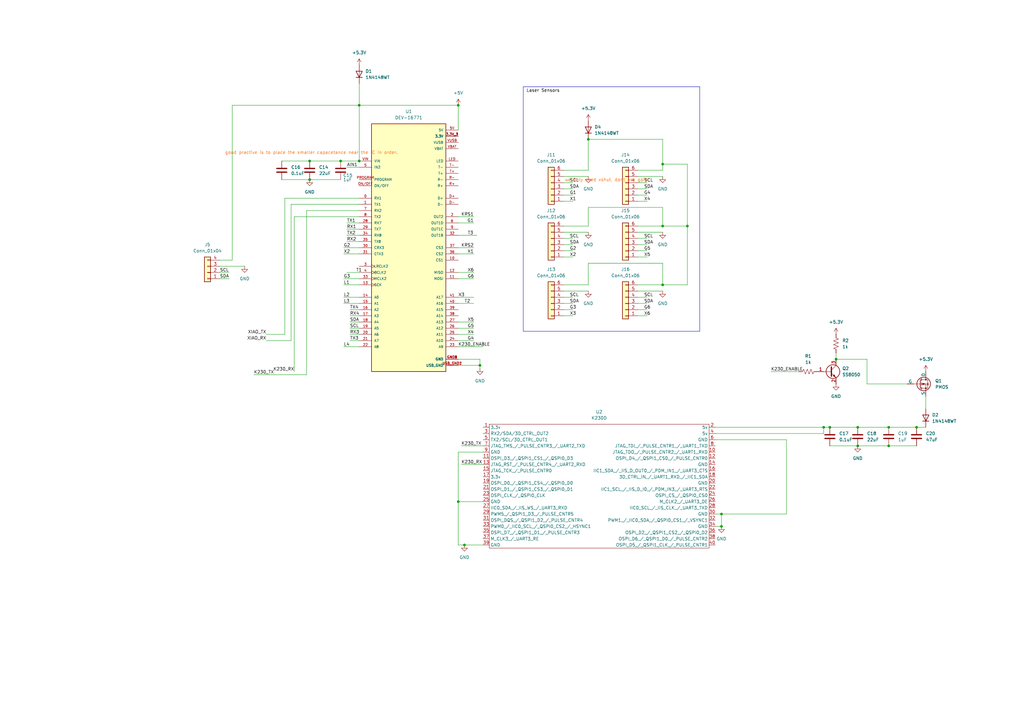
<source format=kicad_sch>
(kicad_sch (version 20250114) (generator "eeschema") (generator_version "9.0")
  (paper "A3")
  (lib_symbols
    (symbol "Connector_Generic:Conn_01x02" (pin_names (offset 1.016) (hide yes))
      (property "Reference" "J" (at 0 2.54 0))
      (property "Value" "Conn_01x02" (at 0 -5.08 0))
      (symbol "Conn_01x02_1_1"
        (pin passive line (at -5.08 0 0) (length 3.81) (name "Pin_1") (number "1"))
        (pin passive line (at -5.08 -2.54 0) (length 3.81) (name "Pin_2") (number "2"))
      )
    )
    (symbol "Connector_Generic:Conn_01x03" (pin_names (offset 1.016) (hide yes))
      (property "Reference" "J" (at 0 5.08 0))
      (property "Value" "Conn_01x03" (at 0 -5.08 0))
      (symbol "Conn_01x03_1_1"
        (pin passive line (at -5.08 2.54 0) (length 3.81) (name "Pin_1") (number "1"))
        (pin passive line (at -5.08 0 0) (length 3.81) (name "Pin_2") (number "2"))
        (pin passive line (at -5.08 -2.54 0) (length 3.81) (name "Pin_3") (number "3"))
      )
    )
    (symbol "Connector_Generic:Conn_01x04" (pin_names (offset 1.016) (hide yes))
      (property "Reference" "J" (at 0 5.08 0))
      (property "Value" "Conn_01x04" (at 0 -7.62 0))
      (symbol "Conn_01x04_1_1"
        (pin passive line (at -5.08 2.54 0) (length 3.81) (name "Pin_1") (number "1"))
        (pin passive line (at -5.08 0 0) (length 3.81) (name "Pin_2") (number "2"))
        (pin passive line (at -5.08 -2.54 0) (length 3.81) (name "Pin_3") (number "3"))
        (pin passive line (at -5.08 -5.08 0) (length 3.81) (name "Pin_4") (number "4"))
      )
    )
    (symbol "Connector_Generic:Conn_01x05" (pin_names (offset 1.016) (hide yes))
      (property "Reference" "J" (at 0 7.62 0))
      (property "Value" "Conn_01x05" (at 0 -7.62 0))
      (symbol "Conn_01x05_1_1"
        (pin passive line (at -5.08 5.08 0) (length 3.81) (name "Pin_1") (number "1"))
        (pin passive line (at -5.08 2.54 0) (length 3.81) (name "Pin_2") (number "2"))
        (pin passive line (at -5.08 0 0) (length 3.81) (name "Pin_3") (number "3"))
        (pin passive line (at -5.08 -2.54 0) (length 3.81) (name "Pin_4") (number "4"))
        (pin passive line (at -5.08 -5.08 0) (length 3.81) (name "Pin_5") (number "5"))
      )
    )
    (symbol "Connector_Generic:Conn_01x06" (pin_names (offset 1.016) (hide yes))
      (property "Reference" "J" (at 0 7.62 0))
      (property "Value" "Conn_01x06" (at 0 -10.16 0))
      (symbol "Conn_01x06_1_1"
        (pin passive line (at -5.08 5.08 0) (length 3.81) (name "Pin_1") (number "1"))
        (pin passive line (at -5.08 2.54 0) (length 3.81) (name "Pin_2") (number "2"))
        (pin passive line (at -5.08 0 0) (length 3.81) (name "Pin_3") (number "3"))
        (pin passive line (at -5.08 -2.54 0) (length 3.81) (name "Pin_4") (number "4"))
        (pin passive line (at -5.08 -5.08 0) (length 3.81) (name "Pin_5") (number "5"))
        (pin passive line (at -5.08 -7.62 0) (length 3.81) (name "Pin_6") (number "6"))
      )
    )
    (symbol "Connector_Generic:Conn_01x08" (pin_names (offset 1.016) (hide yes))
      (property "Reference" "J" (at 0 10.16 0))
      (property "Value" "Conn_01x08" (at 0 -12.7 0))
      (symbol "Conn_01x08_1_1"
        (pin passive line (at -5.08 7.62 0) (length 3.81) (name "Pin_1") (number "1"))
        (pin passive line (at -5.08 5.08 0) (length 3.81) (name "Pin_2") (number "2"))
        (pin passive line (at -5.08 2.54 0) (length 3.81) (name "Pin_3") (number "3"))
        (pin passive line (at -5.08 0 0) (length 3.81) (name "Pin_4") (number "4"))
        (pin passive line (at -5.08 -2.54 0) (length 3.81) (name "Pin_5") (number "5"))
        (pin passive line (at -5.08 -5.08 0) (length 3.81) (name "Pin_6") (number "6"))
        (pin passive line (at -5.08 -7.62 0) (length 3.81) (name "Pin_7") (number "7"))
        (pin passive line (at -5.08 -10.16 0) (length 3.81) (name "Pin_8") (number "8"))
      )
    )
    (symbol "DEV-16771:DEV-16771" (pin_names (offset 1.016))
      (property "Reference" "U" (at -15.24 52.07 0))
      (property "Value" "DEV-16771" (at -15.24 -53.34 0))
      (symbol "DEV-16771_0_0"
        (pin input line (at -20.32 35.56 0) (length 5.08) (name "VIN") (number "VIN"))
        (pin bidirectional line (at -20.32 33.02 0) (length 5.08) (name "IN2") (number "5"))
        (pin bidirectional line (at -20.32 27.94 0) (length 5.08) (name "PROGRAM") (number "PROGRAM"))
        (pin bidirectional line (at -20.32 25.4 0) (length 5.08) (name "ON/OFF") (number "ON/OFF"))
        (pin bidirectional line (at -20.32 20.32 0) (length 5.08) (name "RX1") (number "0"))
        (pin bidirectional line (at -20.32 17.78 0) (length 5.08) (name "TX1") (number "1"))
        (pin bidirectional line (at -20.32 15.24 0) (length 5.08) (name "RX2") (number "7"))
        (pin bidirectional line (at -20.32 12.7 0) (length 5.08) (name "TX2") (number "8"))
        (pin bidirectional line (at -20.32 10.16 0) (length 5.08) (name "RX7") (number "28"))
        (pin bidirectional line (at -20.32 7.62 0) (length 5.08) (name "TX7") (number "29"))
        (pin bidirectional line (at -20.32 5.08 0) (length 5.08) (name "RX8") (number "34"))
        (pin bidirectional line (at -20.32 2.54 0) (length 5.08) (name "TX8") (number "35"))
        (pin bidirectional line (at -20.32 0 0) (length 5.08) (name "CRX3") (number "30"))
        (pin bidirectional line (at -20.32 -2.54 0) (length 5.08) (name "CTX3") (number "31"))
        (pin bidirectional clock (at -20.32 -7.62 0) (length 5.08) (name "LRCLK2") (number "3"))
        (pin bidirectional clock (at -20.32 -10.16 0) (length 5.08) (name "BCLK2") (number "4"))
        (pin bidirectional clock (at -20.32 -12.7 0) (length 5.08) (name "MCLK2") (number "33"))
        (pin bidirectional clock (at -20.32 -15.24 0) (length 5.08) (name "SCK") (number "13"))
        (pin bidirectional line (at -20.32 -20.32 0) (length 5.08) (name "A0") (number "14"))
        (pin bidirectional line (at -20.32 -22.86 0) (length 5.08) (name "A1") (number "15"))
        (pin bidirectional line (at -20.32 -25.4 0) (length 5.08) (name "A2") (number "16"))
        (pin bidirectional line (at -20.32 -27.94 0) (length 5.08) (name "A3") (number "17"))
        (pin bidirectional line (at -20.32 -30.48 0) (length 5.08) (name "A4") (number "18"))
        (pin bidirectional line (at -20.32 -33.02 0) (length 5.08) (name "A5") (number "19"))
        (pin bidirectional line (at -20.32 -35.56 0) (length 5.08) (name "A6") (number "20"))
        (pin bidirectional line (at -20.32 -38.1 0) (length 5.08) (name "A7") (number "21"))
        (pin bidirectional line (at -20.32 -40.64 0) (length 5.08) (name "A8") (number "22"))
        (pin power_in line (at 20.32 48.26 180) (length 5.08) (name "5V") (number "5V"))
        (pin power_in line (at 20.32 45.72 180) (length 5.08) (name "3.3V") (number "3.3V_1"))
        (pin power_in line (at 20.32 45.72 180) (length 5.08) (name "3.3V") (number "3.3V_2"))
        (pin power_in line (at 20.32 45.72 180) (length 5.08) (name "3.3V") (number "3.3V_3"))
        (pin passive line (at 20.32 43.18 180) (length 5.08) (name "VUSB") (number "VUSB"))
        (pin passive line (at 20.32 40.64 180) (length 5.08) (name "VBAT") (number "VBAT"))
        (pin bidirectional line (at 20.32 35.56 180) (length 5.08) (name "LED") (number "LED"))
        (pin bidirectional line (at 20.32 33.02 180) (length 5.08) (name "T-") (number "T-"))
        (pin bidirectional line (at 20.32 30.48 180) (length 5.08) (name "T+") (number "T+"))
        (pin bidirectional line (at 20.32 27.94 180) (length 5.08) (name "R-") (number "R-"))
        (pin bidirectional line (at 20.32 25.4 180) (length 5.08) (name "R+") (number "R+"))
        (pin bidirectional line (at 20.32 20.32 180) (length 5.08) (name "D+") (number "D+"))
        (pin bidirectional line (at 20.32 17.78 180) (length 5.08) (name "D-") (number "D-"))
        (pin output line (at 20.32 12.7 180) (length 5.08) (name "OUT2") (number "2"))
        (pin output line (at 20.32 10.16 180) (length 5.08) (name "OUT1D") (number "6"))
        (pin output line (at 20.32 7.62 180) (length 5.08) (name "OUT1C") (number "9"))
        (pin output line (at 20.32 5.08 180) (length 5.08) (name "OUT1B") (number "32"))
        (pin bidirectional line (at 20.32 0 180) (length 5.08) (name "CS3") (number "37"))
        (pin bidirectional line (at 20.32 -2.54 180) (length 5.08) (name "CS2") (number "36"))
        (pin bidirectional line (at 20.32 -5.08 180) (length 5.08) (name "CS1") (number "10"))
        (pin bidirectional line (at 20.32 -10.16 180) (length 5.08) (name "MISO") (number "12"))
        (pin bidirectional line (at 20.32 -12.7 180) (length 5.08) (name "MOSI") (number "11"))
        (pin bidirectional line (at 20.32 -20.32 180) (length 5.08) (name "A17") (number "41"))
        (pin bidirectional line (at 20.32 -22.86 180) (length 5.08) (name "A16") (number "40"))
        (pin bidirectional line (at 20.32 -25.4 180) (length 5.08) (name "A15") (number "39"))
        (pin bidirectional line (at 20.32 -27.94 180) (length 5.08) (name "A14") (number "38"))
        (pin bidirectional line (at 20.32 -30.48 180) (length 5.08) (name "A13") (number "27"))
        (pin bidirectional line (at 20.32 -33.02 180) (length 5.08) (name "A12") (number "26"))
        (pin bidirectional line (at 20.32 -35.56 180) (length 5.08) (name "A11") (number "25"))
        (pin bidirectional line (at 20.32 -38.1 180) (length 5.08) (name "A10") (number "24"))
        (pin bidirectional line (at 20.32 -40.64 180) (length 5.08) (name "A9") (number "23"))
        (pin power_in line (at 20.32 -45.72 180) (length 5.08) (name "GND") (number "GND1"))
        (pin power_in line (at 20.32 -45.72 180) (length 5.08) (name "GND") (number "GND2"))
        (pin power_in line (at 20.32 -45.72 180) (length 5.08) (name "GND") (number "GND3"))
        (pin power_in line (at 20.32 -45.72 180) (length 5.08) (name "GND") (number "GND4"))
        (pin power_in line (at 20.32 -45.72 180) (length 5.08) (name "GND") (number "GND5"))
        (pin power_in line (at 20.32 -48.26 180) (length 5.08) (name "USB_GND") (number "USB_GND1"))
        (pin power_in line (at 20.32 -48.26 180) (length 5.08) (name "USB_GND") (number "USB_GND2"))
      )
    )
    (symbol "Device:C" (pin_numbers (hide yes)) (pin_names (offset 0.254))
      (property "Reference" "C" (at 0.635 2.54 0))
      (property "Value" "C" (at 0.635 -2.54 0))
      (symbol "C_1_1"
        (pin passive line (at 0 3.81 270) (length 2.794) (name "~") (number "1"))
        (pin passive line (at 0 -3.81 90) (length 2.794) (name "~") (number "2"))
      )
    )
    (symbol "Device:R_US" (pin_numbers (hide yes)) (pin_names (offset 0))
      (property "Reference" "R" (at 2.54 0 90))
      (property "Value" "R_US" (at -2.54 0 90))
      (symbol "R_US_1_1"
        (pin passive line (at 0 3.81 270) (length 1.27) (name "~") (number "1"))
        (pin passive line (at 0 -3.81 90) (length 1.27) (name "~") (number "2"))
      )
    )
    (symbol "Diode:1N4148WT" (pin_numbers (hide yes)) (pin_names (hide yes))
      (property "Reference" "D" (at 0 2.54 0))
      (property "Value" "1N4148WT" (at 0 -2.54 0))
      (symbol "1N4148WT_1_1"
        (pin passive line (at -3.81 0 0) (length 2.54) (name "K") (number "1"))
        (pin passive line (at 3.81 0 180) (length 2.54) (name "A") (number "2"))
      )
    )
    (symbol "K230D:K230D-Zero"
      (property "Reference" "U" (at 0 0 0))
      (property "Value" "K230D" (at 0 0 0))
      (symbol "K230D-Zero_1_1"
        (pin power_in line (at -1.27 -2.54 0) (length 2.54) (name "3.3v") (number "1"))
        (pin input line (at -1.27 -5.08 0) (length 2.54) (name "RX2/SDA/3D_CTRL_OUT2") (number "3"))
        (pin bidirectional line (at -1.27 -7.62 0) (length 2.54) (name "TX2/SCL/3D_CTRL_OUT1") (number "5"))
        (pin output line (at -1.27 -10.16 0) (length 2.54) (name "JTAG_TMS_/_PULSE_CNTR3_/_UART2_TXD") (number "7"))
        (pin bidirectional line (at -1.27 -12.7 0) (length 2.54) (name "GND") (number "9"))
        (pin bidirectional line (at -1.27 -15.24 0) (length 2.54) (name "OSPI_D3_/_QSPI1_CS1_/_QSPI0_D3") (number "11"))
        (pin bidirectional line (at -1.27 -17.78 0) (length 2.54) (name "JTAG_RST_/_PULSE_CNTR4_/_UART2_RXD") (number "13"))
        (pin bidirectional line (at -1.27 -20.32 0) (length 2.54) (name "JTAG_TCK_/_PULSE_CNTR0") (number "15"))
        (pin bidirectional line (at -1.27 -22.86 0) (length 2.54) (name "3.3v") (number "17"))
        (pin bidirectional line (at -1.27 -25.4 0) (length 2.54) (name "OSPI_D0_/_QSPI1_CS4_/_QSPI0_D0") (number "19"))
        (pin bidirectional line (at -1.27 -27.94 0) (length 2.54) (name "OSPI_D1_/_QSPI1_CS3_/_QSPI0_D1") (number "21"))
        (pin bidirectional line (at -1.27 -30.48 0) (length 2.54) (name "OSPI_CLK_/_QSPI0_CLK") (number "23"))
        (pin bidirectional line (at -1.27 -33.02 0) (length 2.54) (name "GND") (number "25"))
        (pin bidirectional line (at -1.27 -35.56 0) (length 2.54) (name "IIC0_SDA_/_IIS_WS_/_UART3_RXD") (number "27"))
        (pin bidirectional line (at -1.27 -38.1 0) (length 2.54) (name "PWM5_/_QSPI1_D3_/_PULSE_CNTR5") (number "29"))
        (pin bidirectional line (at -1.27 -40.64 0) (length 2.54) (name "OSPI_DQS_/_QSPI1_D2_/_PULSE_CNTR4") (number "31"))
        (pin bidirectional line (at -1.27 -43.18 0) (length 2.54) (name "PWM0_/_IIC0_SCL_/_QSPI0_CS2_/_HSYNC1") (number "33"))
        (pin bidirectional line (at -1.27 -45.72 0) (length 2.54) (name "OSPI_D7_/_QSPI1_D1_/_PULSE_CNTR3") (number "35"))
        (pin bidirectional line (at -1.27 -48.26 0) (length 2.54) (name "M_CLK3_/_UART3_RE	") (number "37"))
        (pin bidirectional line (at -1.27 -50.8 0) (length 2.54) (name "GND") (number "39"))
        (pin power_in line (at 93.98 -2.54 180) (length 2.54) (name "5v") (number "2"))
        (pin bidirectional line (at 93.98 -5.08 180) (length 2.54) (name "5v") (number "4"))
        (pin bidirectional line (at 93.98 -7.62 180) (length 2.54) (name "GND") (number "6"))
        (pin bidirectional line (at 93.98 -10.16 180) (length 2.54) (name "JTAG_TDI_/_PULSE_CNTR1_/_UART1_TXD") (number "8"))
        (pin bidirectional line (at 93.98 -12.7 180) (length 2.54) (name "JTAG_TDO_/_PULSE_CNTR2_/_UART1_RXD") (number "10"))
        (pin bidirectional line (at 93.98 -15.24 180) (length 2.54) (name "OSPI_D4_/_QSPI1_CS0_/_PULSE_CNTR0") (number "12"))
        (pin bidirectional line (at 93.98 -17.78 180) (length 2.54) (name "GND") (number "14"))
        (pin bidirectional line (at 93.98 -20.32 180) (length 2.54) (name "IIC1_SDA_/_IIS_D_OUT0_/_PDM_IN1_/_UART3_CTS") (number "16"))
        (pin bidirectional line (at 93.98 -22.86 180) (length 2.54) (name "3D_CTRL_IN_/_UART1_RXD_/_IIC1_SDA") (number "18"))
        (pin bidirectional line (at 93.98 -25.4 180) (length 2.54) (name "GND") (number "20"))
        (pin bidirectional line (at 93.98 -27.94 180) (length 2.54) (name "IIC1_SCL_/_IIS_D_I0_/_PDM_IN3_/_UART3_RTS") (number "22"))
        (pin bidirectional line (at 93.98 -30.48 180) (length 2.54) (name "OSPI_CS_/_QSPI0_CS0") (number "24"))
        (pin bidirectional line (at 93.98 -33.02 180) (length 2.54) (name "M_CLK2_/_UART3_DE") (number "26"))
        (pin bidirectional line (at 93.98 -35.56 180) (length 2.54) (name "IIC0_SCL_/_IIS_CLK_/_UART3_TXD") (number "28"))
        (pin bidirectional line (at 93.98 -38.1 180) (length 2.54) (name "GND") (number "30"))
        (pin bidirectional line (at 93.98 -40.64 180) (length 2.54) (name "PWM1_/_IIC0_SDA_/_QSPI0_CS1_/_VSYNC1") (number "32"))
        (pin bidirectional line (at 93.98 -43.18 180) (length 2.54) (name "GND") (number "34"))
        (pin bidirectional line (at 93.98 -45.72 180) (length 2.54) (name "OSPI_D2_/_QSPI1_CS2_/_QSPI0_D2") (number "36"))
        (pin bidirectional line (at 93.98 -48.26 180) (length 2.54) (name "OSPI_D6_/_QSPI1_D0_/_PULSE_CNTR2") (number "38"))
        (pin bidirectional line (at 93.98 -50.8 180) (length 2.54) (name "OSPI_D5_/_QSPI1_CLK_/_PULSE_CNTR1") (number "40"))
      )
    )
    (symbol "Simulation_SPICE:PMOS" (pin_numbers (hide yes)) (pin_names (offset 0))
      (property "Reference" "Q" (at 5.08 1.27 0))
      (property "Value" "PMOS" (at 5.08 -1.27 0))
      (symbol "PMOS_1_1"
        (pin input line (at -5.08 0 0) (length 2.54) (name "G") (number "2"))
        (pin passive line (at 2.54 5.08 270) (length 2.54) (name "D") (number "1"))
        (pin passive line (at 2.54 -5.08 90) (length 2.54) (name "S") (number "3"))
      )
    )
    (symbol "Transistor_BJT:SS8050" (pin_names (offset 0) (hide yes))
      (property "Reference" "Q" (at 5.08 1.905 0))
      (property "Value" "SS8050" (at 5.08 0 0))
      (symbol "SS8050_1_1"
        (pin input line (at -5.08 0 0) (length 2.54) (name "B") (number "1"))
        (pin passive line (at 2.54 5.08 270) (length 2.54) (name "C") (number "3"))
        (pin passive line (at 2.54 -5.08 90) (length 2.54) (name "E") (number "2"))
      )
    )
    (symbol "power:+1V0" (power) (pin_numbers (hide yes)) (pin_names (offset 0) (hide yes))
      (property "Value" "+1V0" (at 0 3.556 0))
      (symbol "+1V0_1_1"
        (pin power_in line (at 0 0 90) (length 0) (name "~") (number "1"))
      )
    )
    (symbol "power:GND" (power) (pin_numbers (hide yes)) (pin_names (offset 0) (hide yes))
      (property "Value" "GND" (at 0 -3.81 0))
      (symbol "GND_1_1"
        (pin power_in line (at 0 0 270) (length 0) (name "~") (number "1"))
      )
    )
  )
  (rectangle (start 223.52 -50.8) (end 246.38 -22.86))
  (rectangle (start 327.66 -72.39) (end 370.84 -29.21))
  (rectangle (start 214.63 35.56) (end 287.02 135.89))
  (rectangle (start 166.37 -52.07) (end 218.44 -19.05))
  (rectangle (start 262.89 -59.69) (end 314.96 -21.59))
  (text "Servo Connections\n" (at 232.918 -49.022 0) (effects (font (size 1.27 1.27))))
  (text "XIAO" (at 169.418 -49.53 0) (effects (font (size 1.27 1.27))))
  (text "good practive is to place the smaller capacetance near the IC in order." (at 127.762 62.738 0) (effects (font (size 1.27 1.27))))
  (text "we only need xshut, dont use gpio" (at 248.666 73.914 0) (effects (font (size 1.27 1.27))))
  (text "Motor Connections\n" (at 272.288 -57.658 0) (effects (font (size 1.27 1.27))))
  (text "Touch Sensors" (at 347.98 -70.866 0) (effects (font (size 1.27 1.27))))
  (text "we only need GND, Vbat, TX(via 74LS126)\n" (at 239.268 -35.814 0) (effects (font (size 1.27 1.27))))
  (junction (at 241.3 57.15))
  (junction (at 351.79 175.26))
  (junction (at 295.91 210.82))
  (junction (at 337.82 -38.1))
  (junction (at 139.7 66.04))
  (junction (at 196.85 149.86))
  (junction (at 351.79 182.88))
  (junction (at 147.32 43.18))
  (junction (at 364.49 182.88))
  (junction (at 337.82 175.26))
  (junction (at 271.78 116.84))
  (junction (at 375.92 175.26))
  (junction (at 281.94 92.71))
  (junction (at 190.5 223.52))
  (junction (at 342.9 147.32))
  (junction (at 340.36 175.26))
  (junction (at 147.32 66.04))
  (junction (at 295.91 215.9))
  (junction (at 334.01 -53.34))
  (junction (at 271.78 67.31))
  (junction (at 334.01 -63.5))
  (junction (at 187.96 205.74))
  (junction (at 271.78 92.71))
  (junction (at 364.49 175.26))
  (junction (at 337.82 -48.26))
  (junction (at 127 66.04))
  (junction (at 187.96 43.18))
  (junction (at 127 73.66))
  (wire (pts (xy 198.12 185.42) (xy 187.96 185.42)))
  (wire (pts (xy 140.97 121.92) (xy 147.32 121.92)))
  (wire (pts (xy 142.24 96.52) (xy 147.32 96.52)))
  (wire (pts (xy 237.49 -34.29) (xy 242.57 -34.29)))
  (wire (pts (xy 143.51 -43.18) (xy 146.05 -43.18)))
  (wire (pts (xy 322.58 210.82) (xy 295.91 210.82)))
  (wire (pts (xy 143.51 132.08) (xy 147.32 132.08)))
  (wire (pts (xy 119.38 139.7) (xy 119.38 83.82)))
  (wire (pts (xy 339.09 -40.64) (xy 342.9 -40.64)))
  (wire (pts (xy 334.01 -53.34) (xy 342.9 -53.34)))
  (wire (pts (xy 231.14 69.85) (xy 241.3 69.85)))
  (wire (pts (xy 194.31 -39.37) (xy 190.5 -39.37)))
  (wire (pts (xy 316.23 152.4) (xy 327.66 152.4)))
  (wire (pts (xy 187.96 147.32) (xy 196.85 147.32)))
  (wire (pts (xy 261.62 124.46) (xy 265.43 124.46)))
  (wire (pts (xy 142.24 111.76) (xy 147.32 111.76)))
  (wire (pts (xy 278.13 -40.64) (xy 284.48 -40.64)))
  (wire (pts (xy 372.11 157.48) (xy 355.6 157.48)))
  (wire (pts (xy 231.14 95.25) (xy 241.3 95.25)))
  (wire (pts (xy 231.14 72.39) (xy 241.3 72.39)))
  (wire (pts (xy 194.31 88.9) (xy 187.96 88.9)))
  (wire (pts (xy 261.62 77.47) (xy 265.43 77.47)))
  (wire (pts (xy 337.82 -60.96) (xy 342.9 -60.96)))
  (wire (pts (xy 271.78 107.95) (xy 241.3 107.95)))
  (wire (pts (xy 278.13 -45.72) (xy 284.48 -45.72)))
  (wire (pts (xy 261.62 116.84) (xy 271.78 116.84)))
  (wire (pts (xy 142.24 68.58) (xy 147.32 68.58)))
  (wire (pts (xy 231.14 80.01) (xy 234.95 80.01)))
  (wire (pts (xy 241.3 107.95) (xy 241.3 116.84)))
  (wire (pts (xy 95.25 43.18) (xy 95.25 106.68)))
  (wire (pts (xy 231.14 100.33) (xy 234.95 100.33)))
  (wire (pts (xy 231.14 105.41) (xy 234.95 105.41)))
  (wire (pts (xy 237.49 -26.67) (xy 242.57 -26.67)))
  (wire (pts (xy 104.14 153.67) (xy 125.73 153.67)))
  (wire (pts (xy 278.13 -35.56) (xy 284.48 -35.56)))
  (wire (pts (xy 293.37 210.82) (xy 295.91 210.82)))
  (wire (pts (xy 322.58 180.34) (xy 322.58 210.82)))
  (wire (pts (xy 147.32 43.18) (xy 95.25 43.18)))
  (wire (pts (xy 187.96 124.46) (xy 194.31 124.46)))
  (wire (pts (xy 278.13 -30.48) (xy 284.48 -30.48)))
  (wire (pts (xy 127 73.66) (xy 139.7 73.66)))
  (wire (pts (xy 281.94 67.31) (xy 281.94 92.71)))
  (wire (pts (xy 109.22 139.7) (xy 119.38 139.7)))
  (wire (pts (xy 261.62 127) (xy 265.43 127)))
  (wire (pts (xy 339.09 -50.8) (xy 342.9 -50.8)))
  (wire (pts (xy 271.78 67.31) (xy 271.78 69.85)))
  (wire (pts (xy 194.31 91.44) (xy 187.96 91.44)))
  (wire (pts (xy 182.88 -36.83) (xy 205.74 -36.83)))
  (wire (pts (xy 342.9 -58.42) (xy 337.82 -58.42)))
  (wire (pts (xy 231.14 97.79) (xy 234.95 97.79)))
  (wire (pts (xy 231.14 74.93) (xy 234.95 74.93)))
  (wire (pts (xy 187.96 53.34) (xy 187.96 43.18)))
  (wire (pts (xy 116.84 81.28) (xy 116.84 137.16)))
  (wire (pts (xy 147.32 34.29) (xy 147.32 43.18)))
  (wire (pts (xy 278.13 -33.02) (xy 284.48 -33.02)))
  (wire (pts (xy 187.96 223.52) (xy 190.5 223.52)))
  (wire (pts (xy 182.88 -34.29) (xy 184.15 -34.29)))
  (wire (pts (xy 337.82 -48.26) (xy 337.82 -38.1)))
  (wire (pts (xy 147.32 43.18) (xy 147.32 66.04)))
  (wire (pts (xy 187.96 132.08) (xy 194.31 132.08)))
  (wire (pts (xy 196.85 147.32) (xy 196.85 149.86)))
  (wire (pts (xy 187.96 121.92) (xy 194.31 121.92)))
  (wire (pts (xy 281.94 92.71) (xy 271.78 92.71)))
  (wire (pts (xy 231.14 102.87) (xy 234.95 102.87)))
  (wire (pts (xy 271.78 85.09) (xy 241.3 85.09)))
  (wire (pts (xy 140.97 101.6) (xy 147.32 101.6)))
  (wire (pts (xy 231.14 129.54) (xy 234.95 129.54)))
  (wire (pts (xy 142.24 91.44) (xy 147.32 91.44)))
  (wire (pts (xy 187.96 149.86) (xy 196.85 149.86)))
  (wire (pts (xy 261.62 100.33) (xy 265.43 100.33)))
  (wire (pts (xy 261.62 95.25) (xy 271.78 95.25)))
  (wire (pts (xy 194.31 101.6) (xy 187.96 101.6)))
  (wire (pts (xy 143.51 137.16) (xy 147.32 137.16)))
  (wire (pts (xy 140.97 116.84) (xy 147.32 116.84)))
  (wire (pts (xy 143.51 -26.67) (xy 146.05 -26.67)))
  (wire (pts (xy 261.62 80.01) (xy 265.43 80.01)))
  (wire (pts (xy 190.5 223.52) (xy 198.12 223.52)))
  (wire (pts (xy 278.13 -38.1) (xy 284.48 -38.1)))
  (wire (pts (xy 241.3 57.15) (xy 241.3 69.85)))
  (wire (pts (xy 196.85 149.86) (xy 196.85 151.13)))
  (wire (pts (xy 261.62 119.38) (xy 271.78 119.38)))
  (wire (pts (xy 261.62 129.54) (xy 265.43 129.54)))
  (wire (pts (xy 364.49 175.26) (xy 375.92 175.26)))
  (wire (pts (xy 295.91 210.82) (xy 295.91 215.9)))
  (wire (pts (xy 140.97 114.3) (xy 147.32 114.3)))
  (wire (pts (xy 281.94 116.84) (xy 271.78 116.84)))
  (wire (pts (xy 120.65 88.9) (xy 120.65 152.4)))
  (wire (pts (xy 187.96 142.24) (xy 198.12 142.24)))
  (wire (pts (xy 143.51 129.54) (xy 147.32 129.54)))
  (wire (pts (xy 261.62 82.55) (xy 265.43 82.55)))
  (wire (pts (xy 115.57 73.66) (xy 127 73.66)))
  (wire (pts (xy 261.62 121.92) (xy 265.43 121.92)))
  (wire (pts (xy 140.97 142.24) (xy 147.32 142.24)))
  (wire (pts (xy 375.92 175.26) (xy 379.73 175.26)))
  (wire (pts (xy 127 66.04) (xy 139.7 66.04)))
  (wire (pts (xy 90.17 111.76) (xy 93.98 111.76)))
  (wire (pts (xy 187.96 185.42) (xy 187.96 205.74)))
  (wire (pts (xy 281.94 92.71) (xy 281.94 116.84)))
  (wire (pts (xy 351.79 175.26) (xy 364.49 175.26)))
  (wire (pts (xy 187.96 96.52) (xy 195.58 96.52)))
  (wire (pts (xy 143.51 134.62) (xy 147.32 134.62)))
  (wire (pts (xy 191.77 -31.75) (xy 182.88 -31.75)))
  (wire (pts (xy 364.49 182.88) (xy 375.92 182.88)))
  (wire (pts (xy 187.96 43.18) (xy 147.32 43.18)))
  (wire (pts (xy 187.96 111.76) (xy 194.31 111.76)))
  (wire (pts (xy 142.24 99.06) (xy 147.32 99.06)))
  (wire (pts (xy 116.84 137.16) (xy 109.22 137.16)))
  (wire (pts (xy 271.78 107.95) (xy 271.78 116.84)))
  (wire (pts (xy 231.14 92.71) (xy 241.3 92.71)))
  (wire (pts (xy 351.79 182.88) (xy 364.49 182.88)))
  (wire (pts (xy 337.82 177.8) (xy 337.82 175.26)))
  (wire (pts (xy 231.14 116.84) (xy 241.3 116.84)))
  (wire (pts (xy 187.96 114.3) (xy 194.31 114.3)))
  (wire (pts (xy 261.62 69.85) (xy 271.78 69.85)))
  (wire (pts (xy 115.57 66.04) (xy 127 66.04)))
  (wire (pts (xy 261.62 72.39) (xy 271.78 72.39)))
  (wire (pts (xy 337.82 175.26) (xy 340.36 175.26)))
  (wire (pts (xy 189.23 190.5) (xy 198.12 190.5)))
  (wire (pts (xy 231.14 121.92) (xy 234.95 121.92)))
  (wire (pts (xy 271.78 85.09) (xy 271.78 92.71)))
  (wire (pts (xy 261.62 97.79) (xy 265.43 97.79)))
  (wire (pts (xy 231.14 82.55) (xy 234.95 82.55)))
  (wire (pts (xy 187.96 205.74) (xy 187.96 223.52)))
  (wire (pts (xy 189.23 182.88) (xy 198.12 182.88)))
  (wire (pts (xy 261.62 102.87) (xy 265.43 102.87)))
  (wire (pts (xy 125.73 153.67) (xy 125.73 86.36)))
  (wire (pts (xy 271.78 67.31) (xy 281.94 67.31)))
  (wire (pts (xy 295.91 215.9) (xy 293.37 215.9)))
  (wire (pts (xy 237.49 -29.21) (xy 242.57 -29.21)))
  (wire (pts (xy 140.97 104.14) (xy 147.32 104.14)))
  (wire (pts (xy 355.6 157.48) (xy 355.6 147.32)))
  (wire (pts (xy 337.82 -38.1) (xy 342.9 -38.1)))
  (wire (pts (xy 237.49 -31.75) (xy 242.57 -31.75)))
  (wire (pts (xy 241.3 85.09) (xy 241.3 92.71)))
  (wire (pts (xy 120.65 88.9) (xy 147.32 88.9)))
  (wire (pts (xy 337.82 -48.26) (xy 342.9 -48.26)))
  (wire (pts (xy 261.62 105.41) (xy 265.43 105.41)))
  (wire (pts (xy 278.13 -27.94) (xy 284.48 -27.94)))
  (wire (pts (xy 334.01 -53.34) (xy 334.01 -63.5)))
  (wire (pts (xy 231.14 119.38) (xy 241.3 119.38)))
  (wire (pts (xy 261.62 92.71) (xy 271.78 92.71)))
  (wire (pts (xy 342.9 -43.18) (xy 334.01 -43.18)))
  (wire (pts (xy 147.32 66.04) (xy 139.7 66.04)))
  (wire (pts (xy 187.96 139.7) (xy 194.31 139.7)))
  (wire (pts (xy 187.96 137.16) (xy 194.31 137.16)))
  (wire (pts (xy 340.36 182.88) (xy 351.79 182.88)))
  (wire (pts (xy 125.73 86.36) (xy 147.32 86.36)))
  (wire (pts (xy 278.13 -43.18) (xy 284.48 -43.18)))
  (wire (pts (xy 293.37 175.26) (xy 337.82 175.26)))
  (wire (pts (xy 334.01 -43.18) (xy 334.01 -53.34)))
  (wire (pts (xy 90.17 114.3) (xy 93.98 114.3)))
  (wire (pts (xy 271.78 57.15) (xy 271.78 67.31)))
  (wire (pts (xy 90.17 109.22) (xy 100.33 109.22)))
  (wire (pts (xy 147.32 81.28) (xy 116.84 81.28)))
  (wire (pts (xy 342.9 144.78) (xy 342.9 147.32)))
  (wire (pts (xy 355.6 147.32) (xy 342.9 147.32)))
  (wire (pts (xy 194.31 104.14) (xy 187.96 104.14)))
  (wire (pts (xy 143.51 127) (xy 147.32 127)))
  (wire (pts (xy 237.49 -36.83) (xy 242.57 -36.83)))
  (wire (pts (xy 241.3 57.15) (xy 271.78 57.15)))
  (wire (pts (xy 95.25 106.68) (xy 90.17 106.68)))
  (wire (pts (xy 142.24 93.98) (xy 147.32 93.98)))
  (wire (pts (xy 340.36 175.26) (xy 351.79 175.26)))
  (wire (pts (xy 261.62 74.93) (xy 265.43 74.93)))
  (wire (pts (xy 231.14 127) (xy 234.95 127)))
  (wire (pts (xy 231.14 124.46) (xy 234.95 124.46)))
  (wire (pts (xy 119.38 83.82) (xy 147.32 83.82)))
  (wire (pts (xy 334.01 -63.5) (xy 342.9 -63.5)))
  (wire (pts (xy 337.82 -58.42) (xy 337.82 -48.26)))
  (wire (pts (xy 231.14 77.47) (xy 234.95 77.47)))
  (wire (pts (xy 140.97 124.46) (xy 147.32 124.46)))
  (wire (pts (xy 293.37 180.34) (xy 322.58 180.34)))
  (wire (pts (xy 198.12 205.74) (xy 187.96 205.74)))
  (wire (pts (xy 143.51 139.7) (xy 147.32 139.7)))
  (wire (pts (xy 293.37 177.8) (xy 337.82 177.8)))
  (wire (pts (xy 379.73 162.56) (xy 379.73 167.64)))
  (wire (pts (xy 187.96 134.62) (xy 194.31 134.62)))
  (label "X6" (at 264.16 129.54 0))
  (label "G3" (at 140.97 114.3 0))
  (label "TX4" (at 279.4 -27.94 0))
  (label "K230_ENABLE" (at 187.96 142.24 0))
  (label "T2" (at 340.36 -50.8 0))
  (label "XIAO_RX" (at 109.22 139.7 180))
  (label "L3" (at 140.97 124.46 0))
  (label "L2" (at 140.97 121.92 0))
  (label "RX1" (at 142.24 93.98 0))
  (label "TX1" (at 279.4 -43.18 0))
  (label "X4" (at 264.16 82.55 0))
  (label "K230_ENABLE" (at 316.23 152.4 0))
  (label "L3" (at 240.03 -36.83 0))
  (label "K230_TX" (at 189.23 182.88 0))
  (label "G1" (at 233.68 80.01 0))
  (label "X2" (at 140.97 104.14 0))
  (label "G2" (at 140.97 101.6 0))
  (label "KRS2" (at 194.31 101.6 180))
  (label "KRS2" (at 237.49 -29.21 0))
  (label "T1" (at 146.05 111.76 0))
  (label "TX4" (at 143.51 127 0))
  (label "G4" (at 264.16 80.01 0))
  (label "SCL" (at 264.16 74.93 0))
  (label "SDA" (at 143.51 132.08 0))
  (label "KRS1" (at 194.31 88.9 180))
  (label "RX4" (at 280.67 -30.48 0))
  (label "RX1" (at 281.94 -45.72 0))
  (label "G5" (at 191.77 134.62 0))
  (label "T2" (at 190.5 124.46 0))
  (label "T1" (at 339.09 -60.96 0))
  (label "TX2" (at 142.24 96.52 0))
  (label "SCL" (at 90.17 111.76 0))
  (label "RX2" (at 142.24 99.06 0))
  (label "SDA" (at 90.17 114.3 0))
  (label "G6" (at 191.77 114.3 0))
  (label "T3" (at 340.36 -40.64 0))
  (label "K230_RX" (at 120.65 152.4 180))
  (label "X5" (at 191.77 132.08 0))
  (label "TX1" (at 142.24 91.44 0))
  (label "SDA" (at 233.68 124.46 0))
  (label "L1" (at 240.03 -31.75 0))
  (label "SCL" (at 264.16 97.79 0))
  (label "X6" (at 191.77 111.76 0))
  (label "SDA" (at 264.16 100.33 0))
  (label "KRS1" (at 237.49 -26.67 0))
  (label "L4" (at 140.97 142.24 0))
  (label "XIAO_TX" (at 191.77 -31.75 180))
  (label "TX2" (at 280.67 -38.1 0))
  (label "L1" (at 140.97 116.84 0))
  (label "SCL" (at 233.68 74.93 0))
  (label "XIAO_RX" (at 184.15 -34.29 0))
  (label "SDA" (at 233.68 100.33 0))
  (label "X5" (at 264.16 105.41 0))
  (label "SCL" (at 233.68 121.92 0))
  (label "L2" (at 240.03 -34.29 0))
  (label "G1" (at 194.31 91.44 180))
  (label "SDA" (at 264.16 77.47 0))
  (label "K230_RX" (at 189.23 190.5 0))
  (label "X3" (at 233.68 129.54 0))
  (label "G4" (at 191.77 139.7 0))
  (label "RX2" (at 280.67 -40.64 0))
  (label "SCL" (at 143.51 134.62 0))
  (label "K230_TX" (at 104.14 153.67 0))
  (label "X3" (at 187.96 121.92 0))
  (label "RX3" (at 143.51 137.16 0))
  (label "RX3" (at 280.67 -35.56 0))
  (label "G3" (at 233.68 127 0))
  (label "T3" (at 191.77 96.52 0))
  (label "X1" (at 194.31 104.14 180))
  (label "SDA" (at 264.16 124.46 0))
  (label "G6" (at 264.16 127 0))
  (label "SCL" (at 264.16 121.92 0))
  (label "XIAO_TX" (at 109.22 137.16 180))
  (label "TX3" (at 143.51 139.7 0))
  (label "G2" (at 233.68 102.87 0))
  (label "Laser Sensors" (at 215.9 38.1 0))
  (label "G5" (at 264.16 102.87 0))
  (label "SDA" (at 233.68 77.47 0))
  (label "TX3" (at 280.67 -33.02 0))
  (label "X2" (at 233.68 105.41 0))
  (label "X1" (at 233.68 82.55 0))
  (label "SCL" (at 233.68 97.79 0))
  (label "X4" (at 191.77 137.16 0))
  (label "RX4" (at 143.51 129.54 0))
  (label "AIN1" (at 142.24 68.58 0))
  (symbol (lib_id "power:GND") (at 342.9 157.48 0) (unit 1)
    (property "Reference" "#PWR041" (effects (hide yes)))
    (property "Value" "GND" (at 342.9 162.56 0))
    (property "Description" "Power symbol creates a global label with name \"GND\" , ground" (effects (hide yes)))
  )
  (symbol (lib_id "Device:C") (at 127 69.85 0) (unit 1)
    (property "Reference" "C14" (at 130.81 68.5799 0) (effects (justify left)))
    (property "Value" "22uF" (at 130.81 71.1199 0) (effects (justify left)))
    (property "Footprint" "Capacitor_SMD:C_0603_1608Metric" (effects (hide yes)))
    (property "Description" "Unpolarized capacitor" (effects (hide yes)))
  )
  (symbol (lib_id "power:GND") (at 241.3 119.38 0) (unit 1)
    (property "Reference" "#PWR052" (effects (hide yes)))
    (property "Value" "GND" (at 241.3 124.46 0))
    (property "Description" "Power symbol creates a global label with name \"GND\" , ground" (effects (hide yes)))
  )
  (symbol (lib_id "power:GND") (at 241.3 95.25 0) (unit 1)
    (property "Reference" "#PWR049" (effects (hide yes)))
    (property "Value" "GND" (at 241.3 100.33 0))
    (property "Description" "Power symbol creates a global label with name \"GND\" , ground" (effects (hide yes)))
  )
  (symbol (lib_id "power:+1V0") (at 379.73 152.4 0) (unit 1)
    (property "Reference" "#PWR013" (effects (hide yes)))
    (property "Value" "+5.3V" (at 379.73 147.32 0))
    (property "Description" "Power symbol creates a global label with name \"+1V0\"" (effects (hide yes)))
  )
  (symbol (lib_id "power:GND") (at 337.82 -38.1 0) (unit 1)
    (property "Reference" "#PWR03" (effects (hide yes)))
    (property "Value" "GND" (at 337.82 -33.02 0))
    (property "Description" "Power symbol creates a global label with name \"GND\" , ground" (effects (hide yes)))
  )
  (symbol (lib_id "Device:C") (at 340.36 179.07 0) (unit 1)
    (property "Reference" "C17" (at 344.17 177.7999 0) (effects (justify left)))
    (property "Value" "0.1uF" (at 344.17 180.3399 0) (effects (justify left)))
    (property "Footprint" "Capacitor_SMD:C_0603_1608Metric" (effects (hide yes)))
    (property "Description" "Unpolarized capacitor" (effects (hide yes)))
  )
  (symbol (lib_id "K230D:K230D-Zero") (at 199.39 172.72 0) (unit 1)
    (property "Reference" "U2" (at 245.745 168.91 0))
    (property "Value" "K230D" (at 245.745 171.45 0))
    (property "Footprint" "Connector_PinSocket_2.54mm:PinSocket_2x20_P2.54mm_Vertical_SMD" (effects (hide yes)))
    (property "Datasheet" "https://docs.banana-pi.org/en/BPI-CanMV-K230D/BananaPi_BPI-CanMV-K230D-Zero" (effects (hide yes)))
  )
  (symbol (lib_id "power:GND") (at 271.78 119.38 0) (unit 1)
    (property "Reference" "#PWR054" (effects (hide yes)))
    (property "Value" "GND" (at 271.78 124.46 0))
    (property "Description" "Power symbol creates a global label with name \"GND\" , ground" (effects (hide yes)))
  )
  (symbol (lib_id "power:GND") (at 146.05 -43.18 0) (unit 1)
    (property "Reference" "#PWR02" (effects (hide yes)))
    (property "Value" "GND" (at 146.05 -38.1 0))
    (property "Description" "Power symbol creates a global label with name \"GND\" , ground" (effects (hide yes)))
  )
  (symbol (lib_id "Connector_Generic:Conn_01x04") (at 177.8 -34.29 180) (unit 1)
    (property "Reference" "J6" (at 177.8 -45.72 0))
    (property "Value" "Conn_01x04" (at 177.8 -43.18 0))
    (property "Footprint" "Connector_JST:JST_EH_B4B-EH-A_1x04_P2.50mm_Vertical" (effects (hide yes)))
    (property "Description" "Generic connector, single row, 01x04, script generated (kicad-library-utils/schlib/autogen/connector/)" (effects (hide yes)))
  )
  (symbol (lib_id "Connector_Generic:Conn_01x06") (at 226.06 77.47 180) (unit 1)
    (property "Reference" "J11" (at 226.06 63.5 0))
    (property "Value" "Conn_01x06" (at 226.06 66.04 0))
    (property "Footprint" "Connector_JST:JST_EH_B6B-EH-A_1x06_P2.50mm_Vertical" (effects (hide yes)))
    (property "Description" "Generic connector, single row, 01x06, script generated (kicad-library-utils/schlib/autogen/connector/)" (effects (hide yes)))
  )
  (symbol (lib_id "power:+1V0") (at 147.32 26.67 0) (unit 1)
    (property "Reference" "#PWR012" (effects (hide yes)))
    (property "Value" "+5.3V" (at 147.32 21.59 0))
    (property "Description" "Power symbol creates a global label with name \"+1V0\"" (effects (hide yes)))
  )
  (symbol (lib_id "power:GND") (at 196.85 151.13 0) (unit 1)
    (property "Reference" "#PWR017" (effects (hide yes)))
    (property "Value" "GND" (at 196.85 156.21 0))
    (property "Description" "Power symbol creates a global label with name \"GND\" , ground" (effects (hide yes)))
  )
  (symbol (lib_id "power:GND") (at 271.78 95.25 0) (unit 1)
    (property "Reference" "#PWR051" (effects (hide yes)))
    (property "Value" "GND" (at 271.78 100.33 0))
    (property "Description" "Power symbol creates a global label with name \"GND\" , ground" (effects (hide yes)))
  )
  (symbol (lib_id "power:+1V0") (at 140.97 -26.67 180) (unit 1)
    (property "Reference" "#PWR05" (effects (hide yes)))
    (property "Value" "+3.3V" (at 140.97 -21.59 0))
    (property "Description" "Power symbol creates a global label with name \"+1V0\"" (effects (hide yes)))
  )
  (symbol (lib_id "Connector_Generic:Conn_01x05") (at 232.41 -31.75 180) (unit 1)
    (property "Reference" "J2" (at 232.41 -43.18 0))
    (property "Value" "Conn_01x05" (at 232.41 -40.64 0))
    (property "Description" "Generic connector, single row, 01x05, script generated (kicad-library-utils/schlib/autogen/connector/)" (effects (hide yes)))
  )
  (symbol (lib_id "Connector_Generic:Conn_01x04") (at 85.09 111.76 180) (unit 1)
    (property "Reference" "J5" (at 85.09 100.33 0))
    (property "Value" "Conn_01x04" (at 85.09 102.87 0))
    (property "Footprint" "Connector_JST:JST_EH_B4B-EH-A_1x04_P2.50mm_Vertical" (effects (hide yes)))
    (property "Description" "Generic connector, single row, 01x04, script generated (kicad-library-utils/schlib/autogen/connector/)" (effects (hide yes)))
  )
  (symbol (lib_id "Diode:1N4148WT") (at 186.69 -39.37 0) (unit 1)
    (property "Reference" "D3" (at 186.69 -45.72 0))
    (property "Value" "1N4148WT" (at 186.69 -43.18 0))
    (property "Footprint" "Diode_SMD:D_SOD-523" (effects (hide yes)))
    (property "Datasheet" "https://www.diodes.com/assets/Datasheets/ds30396.pdf" (effects (hide yes)))
    (property "Description" "75V 0.15A Fast switching Diode, SOD-523" (effects (hide yes)))
    (property "Sim.Device" "D" (effects (hide yes)))
    (property "Sim.Pins" "1=K 2=A" (effects (hide yes)))
  )
  (symbol (lib_id "power:GND") (at 146.05 -26.67 0) (unit 1)
    (property "Reference" "#PWR06" (effects (hide yes)))
    (property "Value" "GND" (at 146.05 -21.59 0))
    (property "Description" "Power symbol creates a global label with name \"GND\" , ground" (effects (hide yes)))
  )
  (symbol (lib_id "Connector_Generic:Conn_01x03") (at 347.98 -60.96 0) (unit 1)
    (property "Reference" "J7" (at 350.52 -62.2301 0) (effects (justify left)))
    (property "Value" "Conn_01x03" (at 350.52 -59.6901 0) (effects (justify left)))
    (property "Footprint" "Connector_JST:JST_EH_B3B-EH-A_1x03_P2.50mm_Vertical" (effects (hide yes)))
    (property "Description" "Generic connector, single row, 01x03, script generated (kicad-library-utils/schlib/autogen/connector/)" (effects (hide yes)))
  )
  (symbol (lib_id "Diode:1N4148WT") (at 241.3 53.34 90) (unit 1)
    (property "Reference" "D4" (at 243.84 52.0699 90) (effects (justify right)))
    (property "Value" "1N4148WT" (at 243.84 54.6099 90) (effects (justify right)))
    (property "Footprint" "Diode_SMD:D_SOD-523" (effects (hide yes)))
    (property "Datasheet" "https://www.diodes.com/assets/Datasheets/ds30396.pdf" (effects (hide yes)))
    (property "Description" "75V 0.15A Fast switching Diode, SOD-523" (effects (hide yes)))
    (property "Sim.Device" "D" (effects (hide yes)))
    (property "Sim.Pins" "1=K 2=A" (effects (hide yes)))
  )
  (symbol (lib_id "Connector_Generic:Conn_01x06") (at 226.06 100.33 180) (unit 1)
    (property "Reference" "J12" (at 226.06 86.36 0))
    (property "Value" "Conn_01x06" (at 226.06 88.9 0))
    (property "Footprint" "Connector_JST:JST_EH_B6B-EH-A_1x06_P2.50mm_Vertical" (effects (hide yes)))
    (property "Description" "Generic connector, single row, 01x06, script generated (kicad-library-utils/schlib/autogen/connector/)" (effects (hide yes)))
  )
  (symbol (lib_id "Transistor_BJT:SS8050") (at 340.36 152.4 0) (unit 1)
    (property "Reference" "Q2" (at 345.44 151.1299 0) (effects (justify left)))
    (property "Value" "SS8050" (at 345.44 153.6699 0) (effects (justify left)))
    (property "Footprint" "Package_TO_SOT_SMD:SOT-23" (effects (hide yes)))
    (property "Datasheet" "http://www.secosgmbh.com/datasheet/products/SSMPTransistor/SOT-23/SS8050.pdf" (effects (hide yes)))
    (property "Description" "General Purpose NPN Transistor, 1.5A Ic, 25V Vce, SOT-23" (effects (hide yes)))
  )
  (symbol (lib_id "power:GND") (at 205.74 -36.83 0) (unit 1)
    (property "Reference" "#PWR025" (effects (hide yes)))
    (property "Value" "GND" (at 205.74 -31.75 0))
    (property "Description" "Power symbol creates a global label with name \"GND\" , ground" (effects (hide yes)))
  )
  (symbol (lib_id "power:GND") (at 241.3 72.39 0) (unit 1)
    (property "Reference" "#PWR048" (effects (hide yes)))
    (property "Value" "GND" (at 241.3 77.47 0))
    (property "Description" "Power symbol creates a global label with name \"GND\" , ground" (effects (hide yes)))
  )
  (symbol (lib_id "power:+1V0") (at 194.31 -39.37 0) (unit 1)
    (property "Reference" "#PWR014" (effects (hide yes)))
    (property "Value" "+5.3V" (at 196.596 -42.164 0))
    (property "Description" "Power symbol creates a global label with name \"+1V0\"" (effects (hide yes)))
  )
  (symbol (lib_id "Connector_Generic:Conn_01x08") (at 273.05 -35.56 180) (unit 1)
    (property "Reference" "J4" (at 273.05 -52.07 0))
    (property "Value" "Conn_01x08" (at 273.05 -49.53 0))
    (property "Description" "Generic connector, single row, 01x08, script generated (kicad-library-utils/schlib/autogen/connector/)" (effects (hide yes)))
  )
  (symbol (lib_id "Connector_Generic:Conn_01x06") (at 256.54 100.33 180) (unit 1)
    (property "Reference" "J15" (at 256.54 86.36 0))
    (property "Value" "Conn_01x06" (at 256.54 88.9 0))
    (property "Footprint" "Connector_JST:JST_EH_B6B-EH-A_1x06_P2.50mm_Vertical" (effects (hide yes)))
    (property "Description" "Generic connector, single row, 01x06, script generated (kicad-library-utils/schlib/autogen/connector/)" (effects (hide yes)))
  )
  (symbol (lib_id "power:+1V0") (at 342.9 137.16 0) (unit 1)
    (property "Reference" "#PWR040" (effects (hide yes)))
    (property "Value" "+5.3V" (at 342.9 132.08 0))
    (property "Description" "Power symbol creates a global label with name \"+1V0\"" (effects (hide yes)))
  )
  (symbol (lib_id "Connector_Generic:Conn_01x03") (at 347.98 -40.64 0) (unit 1)
    (property "Reference" "J9" (at 350.52 -41.9101 0) (effects (justify left)))
    (property "Value" "Conn_01x03" (at 350.52 -39.3701 0) (effects (justify left)))
    (property "Footprint" "Connector_JST:JST_EH_B3B-EH-A_1x03_P2.50mm_Vertical" (effects (hide yes)))
    (property "Description" "Generic connector, single row, 01x03, script generated (kicad-library-utils/schlib/autogen/connector/)" (effects (hide yes)))
  )
  (symbol (lib_id "Device:C") (at 375.92 179.07 0) (unit 1)
    (property "Reference" "C20" (at 379.73 177.7999 0) (effects (justify left)))
    (property "Value" "47uF" (at 379.73 180.3399 0) (effects (justify left)))
    (property "Footprint" "Capacitor_SMD:C_0603_1608Metric" (effects (hide yes)))
    (property "Description" "Unpolarized capacitor" (effects (hide yes)))
  )
  (symbol (lib_id "Device:R_US") (at 331.47 152.4 90) (unit 1)
    (property "Reference" "R1" (at 331.47 146.05 90))
    (property "Value" "1k" (at 331.47 148.59 90))
    (property "Footprint" "Resistor_SMD:R_0603_1608Metric" (effects (hide yes)))
    (property "Description" "Resistor, US symbol" (effects (hide yes)))
  )
  (symbol (lib_id "power:+1V0") (at 140.97 -43.18 180) (unit 1)
    (property "Reference" "#PWR01" (effects (hide yes)))
    (property "Value" "+5.3V" (at 140.97 -38.1 0))
    (property "Description" "Power symbol creates a global label with name \"+1V0\"" (effects (hide yes)))
  )
  (symbol (lib_id "Connector_Generic:Conn_01x02") (at 140.97 -31.75 90) (unit 1)
    (property "Reference" "J10" (at 146.05 -33.0201 90) (effects (justify right)))
    (property "Value" "Conn_01x02" (at 146.05 -30.4801 90) (effects (justify right)))
    (property "Footprint" "Connector_Molex:Molex_KK-396_5273-02A_1x02_P3.96mm_Vertical" (effects (hide yes)))
    (property "Description" "Generic connector, single row, 01x02, script generated (kicad-library-utils/schlib/autogen/connector/)" (effects (hide yes)))
  )
  (symbol (lib_id "power:+1V0") (at 334.01 -63.5 0) (unit 1)
    (property "Reference" "#PWR04" (effects (hide yes)))
    (property "Value" "+5V" (at 334.01 -68.58 0))
    (property "Description" "Power symbol creates a global label with name \"+1V0\"" (effects (hide yes)))
  )
  (symbol (lib_id "Diode:1N4148WT") (at 147.32 30.48 90) (unit 1)
    (property "Reference" "D1" (at 149.86 29.2099 90) (effects (justify right)))
    (property "Value" "1N4148WT" (at 149.86 31.7499 90) (effects (justify right)))
    (property "Footprint" "Diode_SMD:D_SOD-523" (effects (hide yes)))
    (property "Datasheet" "https://www.diodes.com/assets/Datasheets/ds30396.pdf" (effects (hide yes)))
    (property "Description" "75V 0.15A Fast switching Diode, SOD-523" (effects (hide yes)))
    (property "Sim.Device" "D" (effects (hide yes)))
    (property "Sim.Pins" "1=K 2=A" (effects (hide yes)))
  )
  (symbol (lib_id "power:GND") (at 100.33 109.22 0) (unit 1)
    (property "Reference" "#PWR033" (effects (hide yes)))
    (property "Value" "GND" (at 100.33 114.3 0))
    (property "Description" "Power symbol creates a global label with name \"GND\" , ground" (effects (hide yes)))
  )
  (symbol (lib_id "Device:C") (at 115.57 69.85 0) (unit 1)
    (property "Reference" "C16" (at 119.38 68.5799 0) (effects (justify left)))
    (property "Value" "0.1uF" (at 119.38 71.1199 0) (effects (justify left)))
    (property "Footprint" "Capacitor_SMD:C_0603_1608Metric" (effects (hide yes)))
    (property "Description" "Unpolarized capacitor" (effects (hide yes)))
  )
  (symbol (lib_id "power:GND") (at 190.5 223.52 0) (unit 1)
    (property "Reference" "#PWR019" (effects (hide yes)))
    (property "Value" "GND" (at 190.5 228.6 0))
    (property "Description" "Power symbol creates a global label with name \"GND\" , ground" (effects (hide yes)))
  )
  (symbol (lib_id "Connector_Generic:Conn_01x06") (at 256.54 124.46 180) (unit 1)
    (property "Reference" "J16" (at 256.54 110.49 0))
    (property "Value" "Conn_01x06" (at 256.54 113.03 0))
    (property "Footprint" "Connector_JST:JST_EH_B6B-EH-A_1x06_P2.50mm_Vertical" (effects (hide yes)))
    (property "Description" "Generic connector, single row, 01x06, script generated (kicad-library-utils/schlib/autogen/connector/)" (effects (hide yes)))
  )
  (symbol (lib_id "power:+1V0") (at 241.3 49.53 0) (unit 1)
    (property "Reference" "#PWR056" (effects (hide yes)))
    (property "Value" "+5.3V" (at 241.3 44.45 0))
    (property "Description" "Power symbol creates a global label with name \"+1V0\"" (effects (hide yes)))
  )
  (symbol (lib_id "power:GND") (at 271.78 72.39 0) (unit 1)
    (property "Reference" "#PWR050" (effects (hide yes)))
    (property "Value" "GND" (at 271.78 77.47 0))
    (property "Description" "Power symbol creates a global label with name \"GND\" , ground" (effects (hide yes)))
  )
  (symbol (lib_id "Simulation_SPICE:PMOS") (at 377.19 157.48 0) (unit 1)
    (property "Reference" "Q1" (at 383.54 156.2099 0) (effects (justify left)))
    (property "Value" "PMOS" (at 383.54 158.7499 0) (effects (justify left)))
    (property "Footprint" "Package_TO_SOT_SMD:SOT-23" (effects (hide yes)))
    (property "Datasheet" "https://ngspice.sourceforge.io/docs/ngspice-html-manual/manual.xhtml#cha_MOSFETs" (effects (hide yes)))
    (property "Description" "P-MOSFET transistor, drain/source/gate" (effects (hide yes)))
    (property "Sim.Device" "PMOS" (effects (hide yes)))
    (property "Sim.Type" "VDMOS" (effects (hide yes)))
    (property "Sim.Pins" "1=D 2=G 3=S" (effects (hide yes)))
  )
  (symbol (lib_id "Device:R_US") (at 342.9 140.97 0) (unit 1)
    (property "Reference" "R2" (at 345.44 139.6999 0) (effects (justify left)))
    (property "Value" "1k" (at 345.44 142.2399 0) (effects (justify left)))
    (property "Footprint" "Resistor_SMD:R_0603_1608Metric" (effects (hide yes)))
    (property "Description" "Resistor, US symbol" (effects (hide yes)))
  )
  (symbol (lib_id "power:GND") (at 295.91 215.9 0) (unit 1)
    (property "Reference" "#PWR018" (effects (hide yes)))
    (property "Value" "GND" (at 295.91 220.98 0))
    (property "Description" "Power symbol creates a global label with name \"GND\" , ground" (effects (hide yes)))
  )
  (symbol (lib_id "Diode:1N4148WT") (at 379.73 171.45 90) (unit 1)
    (property "Reference" "D2" (at 382.27 170.1799 90) (effects (justify right)))
    (property "Value" "1N4148WT" (at 382.27 172.7199 90) (effects (justify right)))
    (property "Footprint" "Diode_SMD:D_SOD-523" (effects (hide yes)))
    (property "Datasheet" "https://www.diodes.com/assets/Datasheets/ds30396.pdf" (effects (hide yes)))
    (property "Description" "75V 0.15A Fast switching Diode, SOD-523" (effects (hide yes)))
    (property "Sim.Device" "D" (effects (hide yes)))
    (property "Sim.Pins" "1=K 2=A" (effects (hide yes)))
  )
  (symbol (lib_id "Connector_Generic:Conn_01x02") (at 140.97 -48.26 90) (unit 1)
    (property "Reference" "J1" (at 146.05 -49.5301 90) (effects (justify right)))
    (property "Value" "Conn_01x02" (at 146.05 -46.9901 90) (effects (justify right)))
    (property "Footprint" "Connector_Molex:Molex_KK-396_5273-02A_1x02_P3.96mm_Vertical" (effects (hide yes)))
    (property "Description" "Generic connector, single row, 01x02, script generated (kicad-library-utils/schlib/autogen/connector/)" (effects (hide yes)))
  )
  (symbol (lib_id "Device:C") (at 139.7 69.85 0) (unit 1)
    (property "Reference" "C15" (at 140.716 71.882 0) (effects (justify left)))
    (property "Value" "1uF" (at 140.716 73.66 0) (effects (justify left)))
    (property "Footprint" "Capacitor_SMD:C_0603_1608Metric" (effects (hide yes)))
    (property "Description" "Unpolarized capacitor" (effects (hide yes)))
  )
  (symbol (lib_id "Connector_Generic:Conn_01x03") (at 347.98 -50.8 0) (unit 1)
    (property "Reference" "J8" (at 350.52 -52.0701 0) (effects (justify left)))
    (property "Value" "Conn_01x03" (at 350.52 -49.5301 0) (effects (justify left)))
    (property "Footprint" "Connector_JST:JST_EH_B3B-EH-A_1x03_P2.50mm_Vertical" (effects (hide yes)))
    (property "Description" "Generic connector, single row, 01x03, script generated (kicad-library-utils/schlib/autogen/connector/)" (effects (hide yes)))
  )
  (symbol (lib_id "Connector_Generic:Conn_01x06") (at 226.06 124.46 180) (unit 1)
    (property "Reference" "J13" (at 226.06 110.49 0))
    (property "Value" "Conn_01x06" (at 226.06 113.03 0))
    (property "Footprint" "Connector_JST:JST_EH_B6B-EH-A_1x06_P2.50mm_Vertical" (effects (hide yes)))
    (property "Description" "Generic connector, single row, 01x06, script generated (kicad-library-utils/schlib/autogen/connector/)" (effects (hide yes)))
  )
  (symbol (lib_id "Connector_Generic:Conn_01x06") (at 256.54 77.47 180) (unit 1)
    (property "Reference" "J14" (at 256.54 63.5 0))
    (property "Value" "Conn_01x06" (at 256.54 66.04 0))
    (property "Footprint" "Connector_JST:JST_EH_B6B-EH-A_1x06_P2.50mm_Vertical" (effects (hide yes)))
    (property "Description" "Generic connector, single row, 01x06, script generated (kicad-library-utils/schlib/autogen/connector/)" (effects (hide yes)))
  )
  (symbol (lib_id "power:GND") (at 351.79 182.88 0) (unit 1)
    (property "Reference" "#PWR020" (effects (hide yes)))
    (property "Value" "GND" (at 351.79 187.96 0))
    (property "Description" "Power symbol creates a global label with name \"GND\" , ground" (effects (hide yes)))
  )
  (symbol (lib_id "power:+1V0") (at 187.96 43.18 0) (unit 1)
    (property "Reference" "#PWR021" (effects (hide yes)))
    (property "Value" "+5V" (at 187.96 38.1 0))
    (property "Description" "Power symbol creates a global label with name \"+1V0\"" (effects (hide yes)))
  )
  (symbol (lib_id "Device:C") (at 364.49 179.07 0) (unit 1)
    (property "Reference" "C19" (at 368.3 177.7999 0) (effects (justify left)))
    (property "Value" "1uF" (at 368.3 180.3399 0) (effects (justify left)))
    (property "Footprint" "Capacitor_SMD:C_0603_1608Metric" (effects (hide yes)))
    (property "Description" "Unpolarized capacitor" (effects (hide yes)))
  )
  (symbol (lib_id "DEV-16771:DEV-16771") (at 167.64 101.6 0) (unit 1)
    (property "Reference" "U1" (at 167.64 45.72 0))
    (property "Value" "DEV-16771" (at 167.64 48.26 0))
    (property "Footprint" "Transformer_SMD:Teensy4.1" (effects (hide yes)))
    (property "MF" "SparkFun Electronics" (effects (hide yes)))
    (property "MAXIMUM_PACKAGE_HEIGHT" "4.07mm" (effects (hide yes)))
    (property "Package" "None" (effects (hide yes)))
    (property "Price" "None" (effects (hide yes)))
    (property "Check_prices" "https://www.snapeda.com/parts/DEV-16771/SparkFun/view-part/?ref=eda" (effects (hide yes)))
    (property "STANDARD" "Manufacturer recommendations" (effects (hide yes)))
    (property "PARTREV" "4.1" (effects (hide yes)))
    (property "SnapEDA_Link" "https://www.snapeda.com/parts/DEV-16771/SparkFun/view-part/?ref=snap" (effects (hide yes)))
    (property "MP" "DEV-16771" (effects (hide yes)))
    (property "Description_1" "RT1062 Teensy 4.1 series ARM® Cortex®-M7 MPU Embedded Evaluation Board" (effects (hide yes)))
    (property "Availability" "In Stock" (effects (hide yes)))
    (property "MANUFACTURER" "SparkFun Electronics" (effects (hide yes)))
  )
  (symbol (lib_id "power:GND") (at 127 73.66 0) (unit 1)
    (property "Reference" "#PWR015" (effects (hide yes)))
    (property "Value" "GND" (at 127 78.74 0))
    (property "Description" "Power symbol creates a global label with name \"GND\" , ground" (effects (hide yes)))
  )
  (symbol (lib_id "Device:C") (at 351.79 179.07 0) (unit 1)
    (property "Reference" "C18" (at 355.6 177.7999 0) (effects (justify left)))
    (property "Value" "22uF" (at 355.6 180.3399 0) (effects (justify left)))
    (property "Footprint" "Capacitor_SMD:C_0603_1608Metric" (effects (hide yes)))
    (property "Description" "Unpolarized capacitor" (effects (hide yes)))
  )
)
</source>
